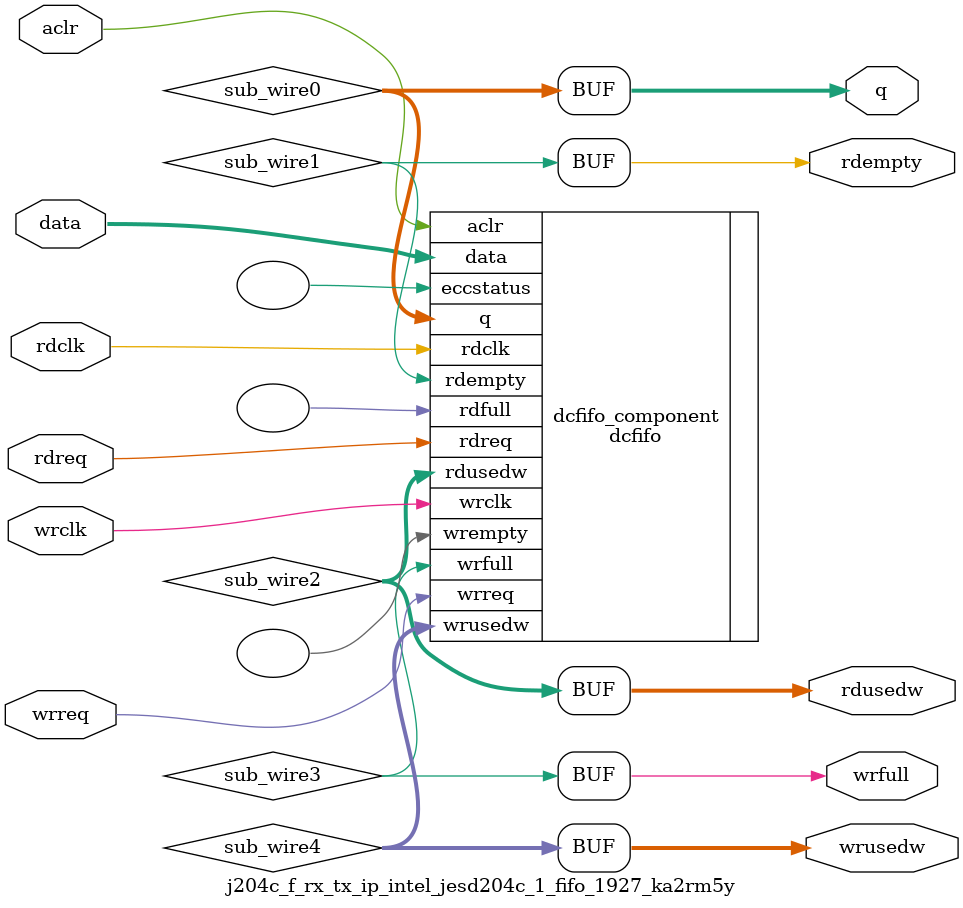
<source format=v>



`timescale 1 ps / 1 ps
// synopsys translate_on
module  j204c_f_rx_tx_ip_intel_jesd204c_1_fifo_1927_ka2rm5y  (
    aclr,
    data,
    rdclk,
    rdreq,
    wrclk,
    wrreq,
    q,
    rdempty,
    rdusedw,
    wrfull,
    wrusedw);

    input    aclr;
    input  [131:0]  data;
    input    rdclk;
    input    rdreq;
    input    wrclk;
    input    wrreq;
    output [131:0]  q;
    output   rdempty;
    output [2:0]  rdusedw;
    output   wrfull;
    output [2:0]  wrusedw;
`ifndef ALTERA_RESERVED_QIS
// synopsys translate_off
`endif
    tri0     aclr;
`ifndef ALTERA_RESERVED_QIS
// synopsys translate_on
`endif

    wire [131:0] sub_wire0;
    wire  sub_wire1;
    wire [2:0] sub_wire2;
    wire  sub_wire3;
    wire [2:0] sub_wire4;
    wire [131:0] q = sub_wire0[131:0];
    wire  rdempty = sub_wire1;
    wire [2:0] rdusedw = sub_wire2[2:0];
    wire  wrfull = sub_wire3;
    wire [2:0] wrusedw = sub_wire4[2:0];

    dcfifo  dcfifo_component (
                .aclr (aclr),
                .data (data),
                .rdclk (rdclk),
                .rdreq (rdreq),
                .wrclk (wrclk),
                .wrreq (wrreq),
                .q (sub_wire0),
                .rdempty (sub_wire1),
                .rdusedw (sub_wire2),
                .wrfull (sub_wire3),
                .wrusedw (sub_wire4),
                .eccstatus (),
                .rdfull (),
                .wrempty ());
    defparam
        dcfifo_component.enable_ecc  = "FALSE",
        dcfifo_component.intended_device_family  = "Agilex 7",
        dcfifo_component.lpm_hint  = "RAM_BLOCK_TYPE=MLAB,DISABLE_DCFIFO_EMBEDDED_TIMING_CONSTRAINT=TRUE",
        dcfifo_component.lpm_numwords  = 8,
        dcfifo_component.lpm_showahead  = "OFF",
        dcfifo_component.lpm_type  = "dcfifo",
        dcfifo_component.lpm_width  = 132,
        dcfifo_component.lpm_widthu  = 3,
        dcfifo_component.overflow_checking  = "ON",
        dcfifo_component.rdsync_delaypipe  = 4,
        dcfifo_component.read_aclr_synch  = "ON",
        dcfifo_component.underflow_checking  = "ON",
        dcfifo_component.use_eab  = "ON",
        dcfifo_component.write_aclr_synch  = "ON",
        dcfifo_component.wrsync_delaypipe  = 4;


endmodule



</source>
